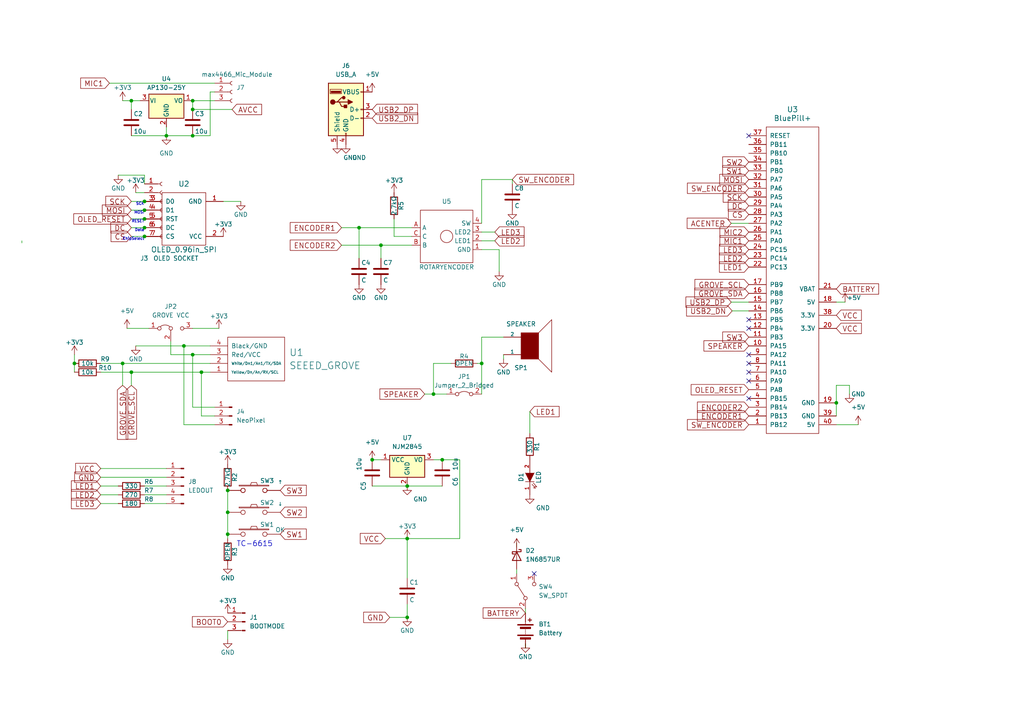
<source format=kicad_sch>
(kicad_sch (version 20230121) (generator eeschema)
  (paper "A4")
  (lib_symbols
    (symbol "Connector:Conn_01x03_Pin" (pin_names (offset 1.016) hide)
      (property "Reference" "J" (at 0 5.08 0))
      (property "Value" "Conn_01x03_Pin" (at 0 -5.08 0))
      (symbol "Conn_01x03_Pin_1_1"
        (polyline (pts (xy 1.27 -2.54) (xy 0.8636 -2.54)) (stroke (width 0.1524)))
        (polyline (pts (xy 1.27 0) (xy 0.8636 0)) (stroke (width 0.1524)))
        (polyline (pts (xy 1.27 2.54) (xy 0.8636 2.54)) (stroke (width 0.1524)))
        (rectangle (start 0.8636 -2.413) (end 0 -2.667) (stroke (width 0.1524)) (fill (type outline)))
        (rectangle (start 0.8636 0.127) (end 0 -0.127) (stroke (width 0.1524)) (fill (type outline)))
        (rectangle (start 0.8636 2.667) (end 0 2.413) (stroke (width 0.1524)) (fill (type outline)))
        (pin passive line (at 5.08 2.54 180) (length 3.81) (name "Pin_1") (number "1"))
        (pin passive line (at 5.08 0 180) (length 3.81) (name "Pin_2") (number "2"))
        (pin passive line (at 5.08 -2.54 180) (length 3.81) (name "Pin_3") (number "3"))
      )
    )
    (symbol "Connector:Conn_01x03_Socket" (pin_names (offset 1.016) hide)
      (property "Reference" "J" (at 0 5.08 0))
      (property "Value" "Conn_01x03_Socket" (at 0 -5.08 0))
      (symbol "Conn_01x03_Socket_1_1"
        (arc (start 0 -2.032) (mid -0.5058 -2.54) (end 0 -3.048) (stroke (width 0.1524)))
        (polyline (pts (xy -1.27 -2.54) (xy -0.508 -2.54)) (stroke (width 0.1524)))
        (polyline (pts (xy -1.27 0) (xy -0.508 0)) (stroke (width 0.1524)))
        (polyline (pts (xy -1.27 2.54) (xy -0.508 2.54)) (stroke (width 0.1524)))
        (arc (start 0 0.508) (mid -0.5058 0) (end 0 -0.508) (stroke (width 0.1524)))
        (arc (start 0 3.048) (mid -0.5058 2.54) (end 0 2.032) (stroke (width 0.1524)))
        (pin passive line (at -5.08 2.54 0) (length 3.81) (name "Pin_1") (number "1"))
        (pin passive line (at -5.08 0 0) (length 3.81) (name "Pin_2") (number "2"))
        (pin passive line (at -5.08 -2.54 0) (length 3.81) (name "Pin_3") (number "3"))
      )
    )
    (symbol "Connector:Conn_01x05_Pin" (pin_names (offset 1.016) hide)
      (property "Reference" "J" (at 0 7.62 0))
      (property "Value" "Conn_01x05_Pin" (at 0 -7.62 0))
      (symbol "Conn_01x05_Pin_1_1"
        (polyline (pts (xy 1.27 -5.08) (xy 0.8636 -5.08)) (stroke (width 0.1524)))
        (polyline (pts (xy 1.27 -2.54) (xy 0.8636 -2.54)) (stroke (width 0.1524)))
        (polyline (pts (xy 1.27 0) (xy 0.8636 0)) (stroke (width 0.1524)))
        (polyline (pts (xy 1.27 2.54) (xy 0.8636 2.54)) (stroke (width 0.1524)))
        (polyline (pts (xy 1.27 5.08) (xy 0.8636 5.08)) (stroke (width 0.1524)))
        (rectangle (start 0.8636 -4.953) (end 0 -5.207) (stroke (width 0.1524)) (fill (type outline)))
        (rectangle (start 0.8636 -2.413) (end 0 -2.667) (stroke (width 0.1524)) (fill (type outline)))
        (rectangle (start 0.8636 0.127) (end 0 -0.127) (stroke (width 0.1524)) (fill (type outline)))
        (rectangle (start 0.8636 2.667) (end 0 2.413) (stroke (width 0.1524)) (fill (type outline)))
        (rectangle (start 0.8636 5.207) (end 0 4.953) (stroke (width 0.1524)) (fill (type outline)))
        (pin passive line (at 5.08 5.08 180) (length 3.81) (name "Pin_1") (number "1"))
        (pin passive line (at 5.08 2.54 180) (length 3.81) (name "Pin_2") (number "2"))
        (pin passive line (at 5.08 0 180) (length 3.81) (name "Pin_3") (number "3"))
        (pin passive line (at 5.08 -2.54 180) (length 3.81) (name "Pin_4") (number "4"))
        (pin passive line (at 5.08 -5.08 180) (length 3.81) (name "Pin_5") (number "5"))
      )
    )
    (symbol "Connector:Conn_01x07_Socket" (pin_names (offset 1.016) hide)
      (property "Reference" "J" (at 0 10.16 0))
      (property "Value" "Conn_01x07_Socket" (at 0 -10.16 0))
      (symbol "Conn_01x07_Socket_1_1"
        (arc (start 0 -7.112) (mid -0.5058 -7.62) (end 0 -8.128) (stroke (width 0.1524)))
        (arc (start 0 -4.572) (mid -0.5058 -5.08) (end 0 -5.588) (stroke (width 0.1524)))
        (arc (start 0 -2.032) (mid -0.5058 -2.54) (end 0 -3.048) (stroke (width 0.1524)))
        (polyline (pts (xy -1.27 -7.62) (xy -0.508 -7.62)) (stroke (width 0.1524)))
        (polyline (pts (xy -1.27 -5.08) (xy -0.508 -5.08)) (stroke (width 0.1524)))
        (polyline (pts (xy -1.27 -2.54) (xy -0.508 -2.54)) (stroke (width 0.1524)))
        (polyline (pts (xy -1.27 0) (xy -0.508 0)) (stroke (width 0.1524)))
        (polyline (pts (xy -1.27 2.54) (xy -0.508 2.54)) (stroke (width 0.1524)))
        (polyline (pts (xy -1.27 5.08) (xy -0.508 5.08)) (stroke (width 0.1524)))
        (polyline (pts (xy -1.27 7.62) (xy -0.508 7.62)) (stroke (width 0.1524)))
        (arc (start 0 0.508) (mid -0.5058 0) (end 0 -0.508) (stroke (width 0.1524)))
        (arc (start 0 3.048) (mid -0.5058 2.54) (end 0 2.032) (stroke (width 0.1524)))
        (arc (start 0 5.588) (mid -0.5058 5.08) (end 0 4.572) (stroke (width 0.1524)))
        (arc (start 0 8.128) (mid -0.5058 7.62) (end 0 7.112) (stroke (width 0.1524)))
        (pin passive line (at -5.08 7.62 0) (length 3.81) (name "Pin_1") (number "1"))
        (pin passive line (at -5.08 5.08 0) (length 3.81) (name "Pin_2") (number "2"))
        (pin passive line (at -5.08 2.54 0) (length 3.81) (name "Pin_3") (number "3"))
        (pin passive line (at -5.08 0 0) (length 3.81) (name "Pin_4") (number "4"))
        (pin passive line (at -5.08 -2.54 0) (length 3.81) (name "Pin_5") (number "5"))
        (pin passive line (at -5.08 -5.08 0) (length 3.81) (name "Pin_6") (number "6"))
        (pin passive line (at -5.08 -7.62 0) (length 3.81) (name "Pin_7") (number "7"))
      )
    )
    (symbol "Connector:USB_A" (pin_names (offset 1.016))
      (property "Reference" "J" (at -5.08 11.43 0))
      (property "Value" "USB_A" (at -5.08 8.89 0))
      (symbol "USB_A_0_1"
        (rectangle (start -5.08 -7.62) (end 5.08 7.62) (stroke (width 0.254)) (fill (type background)))
        (circle (center -3.81 2.159) (radius 0.635) (stroke (width 0.254)) (fill (type outline)))
        (rectangle (start -1.524 4.826) (end -4.318 5.334) (fill (type outline)))
        (rectangle (start -1.27 4.572) (end -4.572 5.842))
        (circle (center -0.635 3.429) (radius 0.381) (stroke (width 0.254)) (fill (type outline)))
        (rectangle (start -0.127 -7.62) (end 0.127 -6.858))
        (polyline (pts (xy -3.175 2.159) (xy -2.54 2.159) (xy -1.27 3.429) (xy -0.635 3.429)) (stroke (width 0.254)))
        (polyline (pts (xy -2.54 2.159) (xy -1.905 2.159) (xy -1.27 0.889) (xy 0 0.889)) (stroke (width 0.254)))
        (polyline (pts (xy 0.635 2.794) (xy 0.635 1.524) (xy 1.905 2.159) (xy 0.635 2.794)) (stroke (width 0.254)) (fill (type outline)))
        (rectangle (start 0.254 1.27) (end -0.508 0.508) (stroke (width 0.254)) (fill (type outline)))
        (rectangle (start 5.08 -2.667) (end 4.318 -2.413))
        (rectangle (start 5.08 -0.127) (end 4.318 0.127))
        (rectangle (start 5.08 4.953) (end 4.318 5.207))
      )
      (symbol "USB_A_1_1"
        (polyline (pts (xy -1.905 2.159) (xy 0.635 2.159)) (stroke (width 0.254)))
        (pin power_in line (at 7.62 5.08 180) (length 2.54) (name "VBUS") (number "1"))
        (pin bidirectional line (at 7.62 -2.54 180) (length 2.54) (name "D-") (number "2"))
        (pin bidirectional line (at 7.62 0 180) (length 2.54) (name "D+") (number "3"))
        (pin power_in line (at 0 -10.16 90) (length 2.54) (name "GND") (number "4"))
        (pin passive line (at -2.54 -10.16 90) (length 2.54) (name "Shield") (number "5"))
      )
    )
    (symbol "Device:Battery" (pin_numbers hide) (pin_names (offset 0) hide)
      (property "Reference" "BT" (at 2.54 2.54 0))
      (property "Value" "Battery" (at 2.54 0 0))
      (symbol "Battery_0_1"
        (rectangle (start -2.286 -1.27) (end 2.286 -1.524) (fill (type outline)))
        (rectangle (start -2.286 1.778) (end 2.286 1.524) (fill (type outline)))
        (rectangle (start -1.524 -2.032) (end 1.524 -2.54) (fill (type outline)))
        (rectangle (start -1.524 1.016) (end 1.524 0.508) (fill (type outline)))
        (polyline (pts (xy 0 -1.016) (xy 0 -0.762)))
        (polyline (pts (xy 0 -0.508) (xy 0 -0.254)))
        (polyline (pts (xy 0 0) (xy 0 0.254)))
        (polyline (pts (xy 0 1.778) (xy 0 2.54)))
        (polyline (pts (xy 0.762 3.048) (xy 1.778 3.048)) (stroke (width 0.254)))
        (polyline (pts (xy 1.27 3.556) (xy 1.27 2.54)) (stroke (width 0.254)))
      )
      (symbol "Battery_1_1"
        (pin passive line (at 0 5.08 270) (length 2.54) (name "+") (number "1"))
        (pin passive line (at 0 -5.08 90) (length 2.54) (name "-") (number "2"))
      )
    )
    (symbol "Device:C" (pin_numbers hide) (pin_names (offset 0.254))
      (property "Reference" "C" (at 0.635 2.54 0))
      (property "Value" "C" (at 0.635 -2.54 0))
      (symbol "C_0_1"
        (polyline (pts (xy -2.032 -0.762) (xy 2.032 -0.762)) (stroke (width 0.508)))
        (polyline (pts (xy -2.032 0.762) (xy 2.032 0.762)) (stroke (width 0.508)))
      )
      (symbol "C_1_1"
        (pin passive line (at 0 3.81 270) (length 2.794) (name "~") (number "1"))
        (pin passive line (at 0 -3.81 90) (length 2.794) (name "~") (number "2"))
      )
    )
    (symbol "Diode:1N6857UR" (pin_numbers hide) (pin_names (offset 1.016) hide)
      (property "Reference" "D" (at 0 2.54 0))
      (property "Value" "1N6857UR" (at 0 -2.54 0))
      (symbol "1N6857UR_0_1"
        (polyline (pts (xy 1.27 0) (xy -1.27 0)))
        (polyline (pts (xy 1.27 1.27) (xy 1.27 -1.27) (xy -1.27 0) (xy 1.27 1.27)) (stroke (width 0.254)))
        (polyline (pts (xy -1.905 0.635) (xy -1.905 1.27) (xy -1.27 1.27) (xy -1.27 -1.27) (xy -0.635 -1.27) (xy -0.635 -0.635)) (stroke (width 0.254)))
      )
      (symbol "1N6857UR_1_1"
        (pin passive line (at -3.81 0 0) (length 2.54) (name "K") (number "1"))
        (pin passive line (at 3.81 0 180) (length 2.54) (name "A") (number "2"))
      )
    )
    (symbol "FreqCounter3203-rescue:+3.3V" (power) (pin_names (offset 0))
      (property "Value" "+3.3V" (at 0 3.556 0))
      (symbol "+3.3V_0_1"
        (polyline (pts (xy -0.762 1.27) (xy 0 2.54)))
        (polyline (pts (xy 0 0) (xy 0 2.54)))
        (polyline (pts (xy 0 2.54) (xy 0.762 1.27)))
      )
      (symbol "+3.3V_1_1"
        (pin power_in line (at 0 0 90) (length 0) hide (name "+3V3") (number "1"))
      )
    )
    (symbol "FreqCounter3203-rescue:C" (pin_numbers hide) (pin_names (offset 0.254))
      (property "Reference" "C" (at 0.635 2.54 0))
      (property "Value" "C" (at 0.635 -2.54 0))
      (symbol "C_0_1"
        (polyline (pts (xy -2.032 -0.762) (xy 2.032 -0.762)) (stroke (width 0.508)))
        (polyline (pts (xy -2.032 0.762) (xy 2.032 0.762)) (stroke (width 0.508)))
      )
      (symbol "C_1_1"
        (pin passive line (at 0 3.81 270) (length 2.794) (name "~") (number "1"))
        (pin passive line (at 0 -3.81 90) (length 2.794) (name "~") (number "2"))
      )
    )
    (symbol "FreqCounter3203-rescue:GND" (power) (pin_names (offset 0))
      (property "Value" "GND" (at 0 -3.81 0))
      (symbol "GND_0_1"
        (polyline (pts (xy 0 0) (xy 0 -1.27) (xy 1.27 -1.27) (xy 0 -2.54) (xy -1.27 -1.27) (xy 0 -1.27)))
      )
      (symbol "GND_1_1"
        (pin power_in line (at 0 0 270) (length 0) hide (name "GND") (number "1"))
      )
    )
    (symbol "FreqCounter3203-rescue:LED" (pin_names (offset 1.016) hide)
      (property "Reference" "D" (at 0 2.54 0))
      (property "Value" "LED" (at 0 -2.54 0))
      (symbol "LED_0_1"
        (polyline (pts (xy -1.27 1.27) (xy -1.27 -1.27)))
        (polyline (pts (xy -2.032 -0.635) (xy -3.175 -1.651) (xy -3.048 -1.016)))
        (polyline (pts (xy -1.651 -1.016) (xy -2.794 -2.032) (xy -2.667 -1.397)))
        (polyline (pts (xy 1.27 1.27) (xy -1.27 0) (xy 1.27 -1.27)) (fill (type outline)))
      )
      (symbol "LED_1_1"
        (pin passive line (at -5.08 0 0) (length 3.81) (name "K") (number "1"))
        (pin passive line (at 5.08 0 180) (length 3.81) (name "A") (number "2"))
      )
    )
    (symbol "FreqCounter3203-rescue:OLED_0.96in_SPI" (pin_names (offset 1.016))
      (property "Reference" "U" (at 0 10.16 0))
      (property "Value" "OLED_0.96in_SPI" (at 0 -8.89 0))
      (symbol "OLED_0.96in_SPI_0_1"
        (rectangle (start -6.35 7.62) (end 6.35 -7.62))
      )
      (symbol "OLED_0.96in_SPI_1_1"
        (pin input line (at -11.43 5.08 0) (length 5.08) (name "GND") (number "1"))
        (pin input line (at -11.43 -5.08 0) (length 5.08) (name "VCC") (number "2"))
        (pin input line (at 11.43 5.08 180) (length 5.08) (name "D0") (number "3"))
        (pin input line (at 11.43 2.54 180) (length 5.08) (name "D1") (number "4"))
        (pin input line (at 11.43 0 180) (length 5.08) (name "RST") (number "5"))
        (pin input line (at 11.43 -2.54 180) (length 5.08) (name "DC") (number "6"))
        (pin input line (at 11.43 -5.08 180) (length 5.08) (name "CS") (number "7"))
      )
    )
    (symbol "FreqCounter3203-rescue:R" (pin_numbers hide) (pin_names (offset 0))
      (property "Reference" "R" (at 2.032 0 90))
      (property "Value" "R" (at 0 0 90))
      (symbol "R_0_1"
        (rectangle (start -1.016 -2.54) (end 1.016 2.54) (stroke (width 0.254)))
      )
      (symbol "R_1_1"
        (pin passive line (at 0 3.81 270) (length 1.27) (name "~") (number "1"))
        (pin passive line (at 0 -3.81 90) (length 1.27) (name "~") (number "2"))
      )
    )
    (symbol "FreqCounter3203-rescue:SPEAKER" (pin_numbers hide) (pin_names (offset 0))
      (property "Reference" "SP" (at -2.54 6.35 0))
      (property "Value" "SPEAKER" (at -2.54 -6.35 0))
      (symbol "SPEAKER_0_0"
        (polyline (pts (xy 2.54 3.81) (xy 6.35 7.62) (xy 6.35 -7.62) (xy 2.54 -3.81)))
        (polyline (pts (xy -2.54 3.81) (xy 2.54 3.81) (xy 2.54 -3.81) (xy -2.54 -3.81) (xy -2.54 3.81)) (fill (type outline)))
      )
      (symbol "SPEAKER_1_1"
        (pin input line (at -7.62 2.54 0) (length 5.08) (name "1") (number "1"))
        (pin input line (at -7.62 -2.54 0) (length 5.08) (name "2") (number "2"))
      )
    )
    (symbol "FreqCounter3203-rescue:SW_PUSH" (pin_numbers hide) (pin_names (offset 1.016) hide)
      (property "Reference" "SW" (at 3.81 2.794 0))
      (property "Value" "SW_PUSH" (at 0 -2.032 0))
      (symbol "SW_PUSH_0_1"
        (rectangle (start -4.318 1.27) (end 4.318 1.524))
        (polyline (pts (xy -1.016 1.524) (xy -0.762 2.286) (xy 0.762 2.286) (xy 1.016 1.524)))
        (pin passive inverted (at -7.62 0 0) (length 5.08) (name "1") (number "1"))
        (pin passive inverted (at 7.62 0 180) (length 5.08) (name "2") (number "2"))
      )
    )
    (symbol "Jumper:Jumper_2_Bridged" (pin_names (offset 0) hide)
      (property "Reference" "JP" (at 0 1.905 0))
      (property "Value" "Jumper_2_Bridged" (at 0 -2.54 0))
      (symbol "Jumper_2_Bridged_0_0"
        (circle (center -2.032 0) (radius 0.508))
        (circle (center 2.032 0) (radius 0.508))
      )
      (symbol "Jumper_2_Bridged_0_1"
        (arc (start 1.524 0.254) (mid 0 0.762) (end -1.524 0.254))
      )
      (symbol "Jumper_2_Bridged_1_1"
        (pin passive line (at -5.08 0 0) (length 2.54) (name "A") (number "1"))
        (pin passive line (at 5.08 0 180) (length 2.54) (name "B") (number "2"))
      )
    )
    (symbol "Jumper:Jumper_3_Bridged12" (pin_names (offset 0) hide)
      (property "Reference" "JP" (at -2.54 -2.54 0))
      (property "Value" "Jumper_3_Bridged12" (at 0 2.794 0))
      (symbol "Jumper_3_Bridged12_0_0"
        (circle (center -3.302 0) (radius 0.508))
        (circle (center 0 0) (radius 0.508))
        (circle (center 3.302 0) (radius 0.508))
      )
      (symbol "Jumper_3_Bridged12_0_1"
        (arc (start -0.254 0.508) (mid -1.651 0.9912) (end -3.048 0.508))
        (polyline (pts (xy 0 -1.27) (xy 0 -0.508)))
      )
      (symbol "Jumper_3_Bridged12_1_1"
        (pin passive line (at -6.35 0 0) (length 2.54) (name "A") (number "1"))
        (pin passive line (at 0 -3.81 90) (length 2.54) (name "C") (number "2"))
        (pin passive line (at 6.35 0 180) (length 2.54) (name "B") (number "3"))
      )
    )
    (symbol "Regulator_Linear:AP130-25Y" (pin_names (offset 0.254))
      (property "Reference" "U" (at -3.81 3.175 0))
      (property "Value" "AP130-25Y" (at 0 3.175 0))
      (symbol "AP130-25Y_0_1"
        (rectangle (start -5.08 1.905) (end 5.08 -5.08) (stroke (width 0.254)) (fill (type background)))
      )
      (symbol "AP130-25Y_1_1"
        (pin power_out line (at 7.62 0 180) (length 2.54) (name "VO") (number "1"))
        (pin power_in line (at 0 -7.62 90) (length 2.54) (name "GND") (number "2"))
        (pin power_in line (at -7.62 0 0) (length 2.54) (name "VI") (number "3"))
      )
    )
    (symbol "Regulator_Linear:BD33FC0FP"
      (property "Reference" "U" (at 0 7.62 0))
      (property "Value" "BD33FC0FP" (at 0 5.08 0))
      (symbol "BD33FC0FP_1_1"
        (rectangle (start -5.08 -5.08) (end 5.08 1.27) (stroke (width 0.254)) (fill (type background)))
        (pin power_in line (at -7.62 0 0) (length 2.54) (name "VCC") (number "1"))
        (pin power_in line (at 0 -7.62 90) (length 2.54) (name "GND") (number "2"))
        (pin power_out line (at 7.62 0 180) (length 2.54) (name "VO") (number "3"))
      )
    )
    (symbol "Switch:SW_SPDT" (pin_names (offset 0) hide)
      (property "Reference" "SW" (at 0 4.318 0))
      (property "Value" "SW_SPDT" (at 0 -5.08 0))
      (symbol "SW_SPDT_0_0"
        (circle (center -2.032 0) (radius 0.508))
        (circle (center 2.032 -2.54) (radius 0.508))
      )
      (symbol "SW_SPDT_0_1"
        (polyline (pts (xy -1.524 0.254) (xy 1.651 2.286)))
        (circle (center 2.032 2.54) (radius 0.508))
      )
      (symbol "SW_SPDT_1_1"
        (pin passive line (at 5.08 2.54 180) (length 2.54) (name "A") (number "1"))
        (pin passive line (at -5.08 0 0) (length 2.54) (name "B") (number "2"))
        (pin passive line (at 5.08 -2.54 180) (length 2.54) (name "C") (number "3"))
      )
    )
    (symbol "nanbuwks:EC12PLxxSDVF"
      (property "Reference" "U" (at 0 5.08 0))
      (symbol "EC12PLxxSDVF_0_1"
        (polyline (pts (xy -2.54 7.62) (xy 7.62 7.62) (xy 7.62 -7.62) (xy -7.62 -7.62) (xy -7.62 7.62) (xy -2.54 7.62)))
        (circle (center 0 0) (radius 1.7961))
      )
      (symbol "EC12PLxxSDVF_1_1"
        (pin input line (at 10.16 -3.81 180) (length 2.54) (name "GND") (number "1"))
        (pin input line (at 10.16 -1.27 180) (length 2.54) (name "LED1") (number "2"))
        (pin input line (at 10.16 1.27 180) (length 2.54) (name "LED2") (number "3"))
        (pin input line (at 10.16 3.81 180) (length 2.54) (name "SW") (number "4"))
        (pin input line (at -10.16 2.54 0) (length 2.54) (name "A") (number "A"))
        (pin input line (at -10.16 -2.54 0) (length 2.54) (name "B") (number "B"))
        (pin input line (at -10.16 0 0) (length 2.54) (name "C") (number "C"))
      )
    )
    (symbol "nanbuwks:SEEED_GROVE" (pin_names (offset 1.016))
      (property "Reference" "U" (at 0 16.51 0))
      (property "Value" "SEEED_GROVE" (at 0 20.32 0))
      (symbol "SEEED_GROVE_0_1"
        (rectangle (start -6.35 13.97) (end 6.35 -2.54))
      )
      (symbol "SEEED_GROVE_1_1"
        (pin input line (at -3.81 -7.62 90) (length 5.08) (name "Yellow/Dn/An/RX/SCL") (number "1"))
        (pin input line (at -1.27 -7.62 90) (length 5.08) (name "White/Dn1/An1/TX/SDA") (number "2"))
        (pin power_in line (at 1.27 -7.62 90) (length 5.08) (name "Red/VCC") (number "3"))
        (pin power_in line (at 3.81 -7.62 90) (length 5.08) (name "Black/GND") (number "4"))
      )
    )
    (symbol "nanbuwks:STM32F103C8T6MinimumDevelopBoard" (pin_names (offset 1.016))
      (property "Reference" "U2" (at 0 48.26 0))
      (property "Value" "STM32F103C8T6MinimumDevelopBoard" (at 0 45.72 0))
      (symbol "STM32F103C8T6MinimumDevelopBoard_0_1"
        (rectangle (start -7.62 43.18) (end 7.62 -45.72))
      )
      (symbol "STM32F103C8T6MinimumDevelopBoard_1_1"
        (pin input line (at -12.7 -43.18 0) (length 5.08) (name "PB12") (number "1"))
        (pin input line (at -12.7 -20.32 0) (length 5.08) (name "PA15") (number "10"))
        (pin input line (at -12.7 -17.78 0) (length 5.08) (name "PB3") (number "11"))
        (pin input line (at -12.7 -15.24 0) (length 5.08) (name "PB4") (number "12"))
        (pin input line (at -12.7 -12.7 0) (length 5.08) (name "PB5") (number "13"))
        (pin input line (at -12.7 -10.16 0) (length 5.08) (name "PB6") (number "14"))
        (pin input line (at -12.7 -7.62 0) (length 5.08) (name "PB7") (number "15"))
        (pin input line (at -12.7 -5.08 0) (length 5.08) (name "PB8") (number "16"))
        (pin input line (at -12.7 -2.54 0) (length 5.08) (name "PB9") (number "17"))
        (pin input line (at 12.7 -7.62 180) (length 5.08) (name "5V") (number "18"))
        (pin input line (at 12.7 -36.83 180) (length 5.08) (name "GND") (number "19"))
        (pin input line (at -12.7 -40.64 0) (length 5.08) (name "PB13") (number "2"))
        (pin input line (at 12.7 -15.24 180) (length 5.08) (name "3.3V") (number "20"))
        (pin input line (at 12.7 -3.81 180) (length 5.08) (name "VBAT") (number "21"))
        (pin input line (at -12.7 2.54 0) (length 5.08) (name "PC13") (number "22"))
        (pin input line (at -12.7 5.08 0) (length 5.08) (name "PC14") (number "23"))
        (pin input line (at -12.7 7.62 0) (length 5.08) (name "PC15") (number "24"))
        (pin input line (at -12.7 10.16 0) (length 5.08) (name "PA0") (number "25"))
        (pin input line (at -12.7 12.7 0) (length 5.08) (name "PA1") (number "26"))
        (pin input line (at -12.7 15.24 0) (length 5.08) (name "PA2") (number "27"))
        (pin input line (at -12.7 17.78 0) (length 5.08) (name "PA3") (number "28"))
        (pin input line (at -12.7 20.32 0) (length 5.08) (name "PA4") (number "29"))
        (pin input line (at -12.7 -38.1 0) (length 5.08) (name "PB14") (number "3"))
        (pin input line (at -12.7 22.86 0) (length 5.08) (name "PA5") (number "30"))
        (pin input line (at -12.7 25.4 0) (length 5.08) (name "PA6") (number "31"))
        (pin input line (at -12.7 27.94 0) (length 5.08) (name "PA7") (number "32"))
        (pin input line (at -12.7 30.48 0) (length 5.08) (name "PB0") (number "33"))
        (pin input line (at -12.7 33.02 0) (length 5.08) (name "PB1") (number "34"))
        (pin input line (at -12.7 35.56 0) (length 5.08) (name "PB10") (number "35"))
        (pin input line (at -12.7 38.1 0) (length 5.08) (name "PB11") (number "36"))
        (pin input line (at -12.7 40.64 0) (length 5.08) (name "RESET") (number "37"))
        (pin input line (at 12.7 -11.43 180) (length 5.08) (name "3.3V") (number "38"))
        (pin input line (at 12.7 -40.64 180) (length 5.08) (name "GND") (number "39"))
        (pin input line (at -12.7 -35.56 0) (length 5.08) (name "PB15") (number "4"))
        (pin input line (at 12.7 -43.18 180) (length 5.08) (name "5V") (number "40"))
        (pin input line (at -12.7 -33.02 0) (length 5.08) (name "PA8") (number "5"))
        (pin input line (at -12.7 -30.48 0) (length 5.08) (name "PA9") (number "6"))
        (pin input line (at -12.7 -27.94 0) (length 5.08) (name "PA10") (number "7"))
        (pin input line (at -12.7 -25.4 0) (length 5.08) (name "PA11") (number "8"))
        (pin input line (at -12.7 -22.86 0) (length 5.08) (name "PA12") (number "9"))
      )
    )
    (symbol "power:+5V" (power) (pin_names (offset 0))
      (property "Value" "+5V" (at 0 3.556 0))
      (symbol "+5V_0_1"
        (polyline (pts (xy -0.762 1.27) (xy 0 2.54)))
        (polyline (pts (xy 0 0) (xy 0 2.54)))
        (polyline (pts (xy 0 2.54) (xy 0.762 1.27)))
      )
      (symbol "+5V_1_1"
        (pin power_in line (at 0 0 90) (length 0) hide (name "+5V") (number "1"))
      )
    )
  )
  (junction (at 55.88 102.87))
  (junction (at 55.88 29.21))
  (junction (at 48.26 39.37))
  (junction (at 118.11 140.97))
  (junction (at 21.59 105.41))
  (junction (at 41.91 66.04))
  (junction (at 55.88 31.75))
  (junction (at 35.56 105.41))
  (junction (at 38.1 29.21))
  (junction (at 41.91 63.5))
  (junction (at 66.04 142.24))
  (junction (at 38.1 107.95))
  (junction (at 118.11 179.07))
  (junction (at 55.88 39.37))
  (junction (at 125.73 114.3))
  (junction (at 242.57 116.84))
  (junction (at 139.7 105.41))
  (junction (at 104.14 66.04))
  (junction (at 53.34 100.33))
  (junction (at 110.49 71.12))
  (junction (at 41.91 60.96))
  (junction (at 66.04 148.59))
  (junction (at 58.42 107.95))
  (junction (at 66.04 154.94))
  (junction (at 41.91 58.42))
  (junction (at 118.11 156.21))
  (junction (at 128.27 133.35))
  (junction (at 107.95 133.35))
  (junction (at 41.91 68.58))
  (no_connect (at 217.17 102.87))
  (no_connect (at 217.17 110.49))
  (no_connect (at 217.17 39.37))
  (no_connect (at 154.94 166.37))
  (no_connect (at 217.17 95.25))
  (no_connect (at 217.17 105.41))
  (no_connect (at 217.17 107.95))
  (no_connect (at 217.17 92.71))
  (no_connect (at 217.17 115.57))
  (wire (pts (xy 110.49 71.12) (xy 119.38 71.12)))
  (wire (pts (xy 48.26 36.83) (xy 48.26 39.37)))
  (wire (pts (xy 21.59 105.41) (xy 21.59 107.95)))
  (wire (pts (xy 41.91 146.05) (xy 48.26 146.05)))
  (wire (pts (xy 130.81 105.41) (xy 125.73 105.41)))
  (wire (pts (xy 49.53 99.06) (xy 49.53 102.87)))
  (wire (pts (xy 152.4 187.96) (xy 152.4 186.69)))
  (wire (pts (xy 146.05 102.87) (xy 146.05 104.14)))
  (wire (pts (xy 104.14 66.04) (xy 104.14 74.93)))
  (wire (pts (xy 242.57 87.63) (xy 245.11 87.63)))
  (wire (pts (xy 99.06 66.04) (xy 104.14 66.04)))
  (wire (pts (xy 49.53 102.87) (xy 55.88 102.87)))
  (wire (pts (xy 149.86 166.37) (xy 149.86 165.1)))
  (wire (pts (xy 38.1 107.95) (xy 58.42 107.95)))
  (wire (pts (xy 62.23 118.11) (xy 55.88 118.11)))
  (wire (pts (xy 152.4 176.53) (xy 152.4 177.8)))
  (wire (pts (xy 114.3 68.58) (xy 119.38 68.58)))
  (wire (pts (xy 38.1 66.04) (xy 41.91 66.04)))
  (wire (pts (xy 66.04 185.42) (xy 66.04 182.88)))
  (wire (pts (xy 242.57 116.84) (xy 242.57 120.65)))
  (wire (pts (xy 129.54 114.3) (xy 125.73 114.3)))
  (wire (pts (xy 125.73 105.41) (xy 125.73 114.3)))
  (wire (pts (xy 66.04 148.59) (xy 66.04 142.24)))
  (wire (pts (xy 55.88 31.75) (xy 55.88 29.21)))
  (wire (pts (xy 64.77 58.42) (xy 69.85 58.42)))
  (wire (pts (xy 246.38 111.76) (xy 246.38 114.3)))
  (wire (pts (xy 48.26 135.89) (xy 29.21 135.89)))
  (wire (pts (xy 58.42 120.65) (xy 58.42 107.95)))
  (wire (pts (xy 53.34 123.19) (xy 53.34 100.33)))
  (wire (pts (xy 133.35 133.35) (xy 133.35 156.21)))
  (wire (pts (xy 55.88 29.21) (xy 62.23 29.21)))
  (wire (pts (xy 107.95 140.97) (xy 118.11 140.97)))
  (wire (pts (xy 66.04 154.94) (xy 66.04 156.21)))
  (wire (pts (xy 29.21 146.05) (xy 34.29 146.05)))
  (wire (pts (xy 138.43 105.41) (xy 139.7 105.41)))
  (wire (pts (xy 55.88 102.87) (xy 60.96 102.87)))
  (wire (pts (xy 113.03 179.07) (xy 118.11 179.07)))
  (wire (pts (xy 35.56 105.41) (xy 35.56 111.76)))
  (wire (pts (xy 39.37 100.33) (xy 53.34 100.33)))
  (wire (pts (xy 58.42 107.95) (xy 60.96 107.95)))
  (wire (pts (xy 41.91 140.97) (xy 48.26 140.97)))
  (wire (pts (xy 6.35 69.85) (xy 6.35 70.4554)))
  (wire (pts (xy 35.56 105.41) (xy 60.96 105.41)))
  (wire (pts (xy 36.83 95.25) (xy 43.18 95.25)))
  (wire (pts (xy 31.75 24.13) (xy 62.23 24.13)))
  (wire (pts (xy 55.88 95.25) (xy 63.5 95.25)))
  (wire (pts (xy 118.11 179.07) (xy 118.11 175.26)))
  (wire (pts (xy 242.57 111.76) (xy 242.57 116.84)))
  (wire (pts (xy 139.7 72.39) (xy 144.78 72.39)))
  (wire (pts (xy 55.88 118.11) (xy 55.88 102.87)))
  (wire (pts (xy 53.34 100.33) (xy 60.96 100.33)))
  (wire (pts (xy 29.21 107.95) (xy 38.1 107.95)))
  (wire (pts (xy 118.11 156.21) (xy 118.11 167.64)))
  (wire (pts (xy 38.1 60.96) (xy 41.91 60.96)))
  (wire (pts (xy 60.96 39.37) (xy 60.96 26.67)))
  (wire (pts (xy 48.26 138.43) (xy 29.21 138.43)))
  (wire (pts (xy 148.59 52.07) (xy 139.7 52.07)))
  (wire (pts (xy 149.86 157.48) (xy 149.86 158.75)))
  (wire (pts (xy 118.11 156.21) (xy 133.35 156.21)))
  (wire (pts (xy 118.11 140.97) (xy 128.27 140.97)))
  (wire (pts (xy 125.73 114.3) (xy 123.19 114.3)))
  (wire (pts (xy 148.59 52.07) (xy 148.59 53.34)))
  (wire (pts (xy 242.57 123.19) (xy 248.92 123.19)))
  (wire (pts (xy 39.37 55.88) (xy 41.91 55.88)))
  (wire (pts (xy 60.96 39.37) (xy 55.88 39.37)))
  (wire (pts (xy 107.95 133.35) (xy 110.49 133.35)))
  (wire (pts (xy 62.23 120.65) (xy 58.42 120.65)))
  (wire (pts (xy 125.73 133.35) (xy 128.27 133.35)))
  (wire (pts (xy 29.21 105.41) (xy 35.56 105.41)))
  (wire (pts (xy 99.06 71.12) (xy 110.49 71.12)))
  (wire (pts (xy 35.56 29.21) (xy 38.1 29.21)))
  (wire (pts (xy 110.49 71.12) (xy 110.49 74.93)))
  (wire (pts (xy 55.88 39.37) (xy 48.26 39.37)))
  (wire (pts (xy 55.88 31.75) (xy 67.31 31.75)))
  (wire (pts (xy 29.21 140.97) (xy 34.29 140.97)))
  (wire (pts (xy 139.7 97.79) (xy 146.05 97.79)))
  (wire (pts (xy 139.7 105.41) (xy 139.7 114.3)))
  (wire (pts (xy 38.1 39.37) (xy 48.26 39.37)))
  (wire (pts (xy 41.91 50.8) (xy 41.91 53.34)))
  (wire (pts (xy 212.09 64.77) (xy 217.17 64.77)))
  (wire (pts (xy 34.29 50.8) (xy 41.91 50.8)))
  (wire (pts (xy 60.96 26.67) (xy 62.23 26.67)))
  (wire (pts (xy 143.51 69.85) (xy 139.7 69.85)))
  (wire (pts (xy 212.09 87.63) (xy 217.17 87.63)))
  (wire (pts (xy 38.1 29.21) (xy 38.1 31.75)))
  (wire (pts (xy 38.1 29.21) (xy 40.64 29.21)))
  (wire (pts (xy 104.14 66.04) (xy 119.38 66.04)))
  (wire (pts (xy 62.23 123.19) (xy 53.34 123.19)))
  (wire (pts (xy 139.7 52.07) (xy 139.7 64.77)))
  (wire (pts (xy 153.67 125.73) (xy 153.67 119.38)))
  (wire (pts (xy 66.04 148.59) (xy 66.04 154.94)))
  (wire (pts (xy 38.1 68.58) (xy 41.91 68.58)))
  (wire (pts (xy 217.17 90.17) (xy 212.3552 90.17)))
  (wire (pts (xy 128.27 133.35) (xy 133.35 133.35)))
  (wire (pts (xy 41.91 143.51) (xy 48.26 143.51)))
  (wire (pts (xy 144.78 72.39) (xy 144.78 78.74)))
  (wire (pts (xy 21.59 102.87) (xy 21.59 105.41)))
  (wire (pts (xy 38.1 107.95) (xy 38.1 111.76)))
  (wire (pts (xy 143.51 67.31) (xy 139.7 67.31)))
  (wire (pts (xy 111.76 156.21) (xy 118.11 156.21)))
  (wire (pts (xy 242.57 111.76) (xy 246.38 111.76)))
  (wire (pts (xy 114.3 63.5) (xy 114.3 68.58)))
  (wire (pts (xy 29.21 143.51) (xy 34.29 143.51)))
  (wire (pts (xy 38.1 63.5) (xy 41.91 63.5)))
  (wire (pts (xy 139.7 97.79) (xy 139.7 105.41)))
  (wire (pts (xy 38.1 58.42) (xy 41.91 58.42)))
  (text "TC-6615" (at 68.58 158.75 0) (effects (font (size 1.524 1.524)) (justify left bottom)))
  (text "SCK\n\nMOSI\n\nRESET\n\nData\n\nChipSelect" (at 41.91 69.85 0) (effects (font (size 0.7874 0.7874)) (justify right bottom)))
  (global_label "LED1" (shape input) (at 29.21 140.97 180) (effects (font (size 1.524 1.524))) (property "Intersheetrefs" "${INTERSHEET_REFS}" (effects hide)))
  (global_label "BOOT0" (shape input) (at 66.04 180.34 180) (effects (font (size 1.524 1.524))) (property "Intersheetrefs" "${INTERSHEET_REFS}" (effects hide)))
  (global_label "GROVE_SDA" (shape input) (at 217.17 85.09 180) (effects (font (size 1.524 1.524))) (property "Intersheetrefs" "${INTERSHEET_REFS}" (effects hide)))
  (global_label "AVCC" (shape input) (at 67.31 31.75 0) (effects (font (size 1.524 1.524))) (property "Intersheetrefs" "${INTERSHEET_REFS}" (effects hide)))
  (global_label "VCC" (shape input) (at 111.76 156.21 180) (effects (font (size 1.524 1.524))) (property "Intersheetrefs" "${INTERSHEET_REFS}" (effects hide)))
  (global_label "LED3" (shape input) (at 29.21 146.05 180) (effects (font (size 1.524 1.524))) (property "Intersheetrefs" "${INTERSHEET_REFS}" (effects hide)))
  (global_label "SW_ENCODER" (shape input) (at 217.17 123.19 180) (effects (font (size 1.524 1.524))) (property "Intersheetrefs" "${INTERSHEET_REFS}" (effects hide)))
  (global_label "GROVE_SCL" (shape input) (at 38.1 111.76 270) (effects (font (size 1.524 1.524))) (property "Intersheetrefs" "${INTERSHEET_REFS}" (effects hide)))
  (global_label "MIC2" (shape input) (at 217.17 67.31 180) (effects (font (size 1.524 1.524))) (property "Intersheetrefs" "${INTERSHEET_REFS}" (effects hide)))
  (global_label "VCC" (shape input) (at 29.21 135.89 180) (effects (font (size 1.524 1.524))) (property "Intersheetrefs" "${INTERSHEET_REFS}" (effects hide)))
  (global_label "MIC1" (shape input) (at 31.75 24.13 180) (effects (font (size 1.524 1.524))) (property "Intersheetrefs" "${INTERSHEET_REFS}" (effects hide)))
  (global_label "LED1" (shape input) (at 217.17 77.47 180) (effects (font (size 1.524 1.524))) (property "Intersheetrefs" "${INTERSHEET_REFS}" (effects hide)))
  (global_label "MIC1" (shape input) (at 217.17 69.85 180) (effects (font (size 1.524 1.524))) (property "Intersheetrefs" "${INTERSHEET_REFS}" (effects hide)))
  (global_label "USB2_DN" (shape input) (at 107.95 34.29 0) (effects (font (size 1.524 1.524))) (property "Intersheetrefs" "${INTERSHEET_REFS}" (effects hide)))
  (global_label "CS" (shape input) (at 217.17 62.23 180) (effects (font (size 1.524 1.524))) (property "Intersheetrefs" "${INTERSHEET_REFS}" (effects hide)))
  (global_label "VCC" (shape input) (at 242.57 91.44 0) (effects (font (size 1.524 1.524))) (property "Intersheetrefs" "${INTERSHEET_REFS}" (effects hide)))
  (global_label "MOSI" (shape input) (at 217.17 52.07 180) (effects (font (size 1.524 1.524))) (property "Intersheetrefs" "${INTERSHEET_REFS}" (effects hide)))
  (global_label "LED3" (shape input) (at 217.17 72.39 180) (effects (font (size 1.524 1.524))) (property "Intersheetrefs" "${INTERSHEET_REFS}" (effects hide)))
  (global_label "DC" (shape input) (at 217.17 59.69 180) (effects (font (size 1.524 1.524))) (property "Intersheetrefs" "${INTERSHEET_REFS}" (effects hide)))
  (global_label "GND" (shape input) (at 113.03 179.07 180) (effects (font (size 1.524 1.524))) (property "Intersheetrefs" "${INTERSHEET_REFS}" (effects hide)))
  (global_label "OLED_RESET" (shape input) (at 217.17 113.03 180) (effects (font (size 1.524 1.524))) (property "Intersheetrefs" "${INTERSHEET_REFS}" (effects hide)))
  (global_label "SCK" (shape input) (at 38.1 58.42 180) (effects (font (size 1.524 1.524))) (property "Intersheetrefs" "${INTERSHEET_REFS}" (effects hide)))
  (global_label "SW2" (shape input) (at 217.17 46.99 180) (effects (font (size 1.524 1.524))) (property "Intersheetrefs" "${INTERSHEET_REFS}" (effects hide)))
  (global_label "USB2_DP" (shape input) (at 107.95 31.75 0) (effects (font (size 1.524 1.524))) (property "Intersheetrefs" "${INTERSHEET_REFS}" (effects hide)))
  (global_label "LED2" (shape input) (at 143.51 69.85 0) (effects (font (size 1.524 1.524))) (property "Intersheetrefs" "${INTERSHEET_REFS}" (effects hide)))
  (global_label "SW1" (shape input) (at 217.17 49.53 180) (effects (font (size 1.524 1.524))) (property "Intersheetrefs" "${INTERSHEET_REFS}" (effects hide)))
  (global_label "ACENTER" (shape input) (at 212.09 64.77 180) (effects (font (size 1.524 1.524))) (property "Intersheetrefs" "${INTERSHEET_REFS}" (effects hide)))
  (global_label "ENCODER2" (shape input) (at 217.17 118.11 180) (effects (font (size 1.524 1.524))) (property "Intersheetrefs" "${INTERSHEET_REFS}" (effects hide)))
  (global_label "SW2" (shape input) (at 81.28 148.59 0) (effects (font (size 1.524 1.524))) (property "Intersheetrefs" "${INTERSHEET_REFS}" (effects hide)))
  (global_label "GND" (shape input) (at 29.21 138.43 180) (effects (font (size 1.524 1.524))) (property "Intersheetrefs" "${INTERSHEET_REFS}" (effects hide)))
  (global_label "GROVE_SCL" (shape input) (at 217.17 82.55 180) (effects (font (size 1.524 1.524))) (property "Intersheetrefs" "${INTERSHEET_REFS}" (effects hide)))
  (global_label "LED2" (shape input) (at 217.17 74.93 180) (effects (font (size 1.524 1.524))) (property "Intersheetrefs" "${INTERSHEET_REFS}" (effects hide)))
  (global_label "SW3" (shape input) (at 217.17 97.79 180) (effects (font (size 1.524 1.524))) (property "Intersheetrefs" "${INTERSHEET_REFS}" (effects hide)))
  (global_label "GROVE_SDA" (shape input) (at 35.56 111.76 270) (effects (font (size 1.524 1.524))) (property "Intersheetrefs" "${INTERSHEET_REFS}" (effects hide)))
  (global_label "SW1" (shape input) (at 81.28 154.94 0) (effects (font (size 1.524 1.524))) (property "Intersheetrefs" "${INTERSHEET_REFS}" (effects hide)))
  (global_label "USB2_DP" (shape input) (at 212.09 87.63 180) (effects (font (size 1.524 1.524))) (property "Intersheetrefs" "${INTERSHEET_REFS}" (effects hide)))
  (global_label "CS" (shape input) (at 38.1 68.58 180) (effects (font (size 1.524 1.524))) (property "Intersheetrefs" "${INTERSHEET_REFS}" (effects hide)))
  (global_label "BATTERY" (shape input) (at 242.57 83.82 0) (effects (font (size 1.524 1.524))) (property "Intersheetrefs" "${INTERSHEET_REFS}" (effects hide)))
  (global_label "OLED_RESET" (shape input) (at 38.1 63.5 180) (effects (font (size 1.524 1.524))) (property "Intersheetrefs" "${INTERSHEET_REFS}" (effects hide)))
  (global_label "VCC" (shape input) (at 242.57 95.25 0) (effects (font (size 1.524 1.524))) (property "Intersheetrefs" "${INTERSHEET_REFS}" (effects hide)))
  (global_label "SW_ENCODER" (shape input) (at 148.59 52.07 0) (effects (font (size 1.524 1.524))) (property "Intersheetrefs" "${INTERSHEET_REFS}" (effects hide)))
  (global_label "DC" (shape input) (at 38.1 66.04 180) (effects (font (size 1.524 1.524))) (property "Intersheetrefs" "${INTERSHEET_REFS}" (effects hide)))
  (global_label "SW_ENCODER" (shape input) (at 217.17 54.61 180) (effects (font (size 1.524 1.524))) (property "Intersheetrefs" "${INTERSHEET_REFS}" (effects hide)))
  (global_label "SW3" (shape input) (at 81.28 142.24 0) (effects (font (size 1.524 1.524))) (property "Intersheetrefs" "${INTERSHEET_REFS}" (effects hide)))
  (global_label "ENCODER1" (shape input) (at 99.06 66.04 180) (effects (font (size 1.524 1.524))) (property "Intersheetrefs" "${INTERSHEET_REFS}" (effects hide)))
  (global_label "SCK" (shape input) (at 217.17 57.15 180) (effects (font (size 1.524 1.524))) (property "Intersheetrefs" "${INTERSHEET_REFS}" (effects hide)))
  (global_label "LED1" (shape input) (at 153.67 119.38 0) (effects (font (size 1.524 1.524))) (property "Intersheetrefs" "${INTERSHEET_REFS}" (effects hide)))
  (global_label "SPEAKER" (shape input) (at 217.17 100.33 180) (effects (font (size 1.524 1.524))) (property "Intersheetrefs" "${INTERSHEET_REFS}" (effects hide)))
  (global_label "ENCODER1" (shape input) (at 217.17 120.65 180) (effects (font (size 1.524 1.524))) (property "Intersheetrefs" "${INTERSHEET_REFS}" (effects hide)))
  (global_label "BATTERY" (shape input) (at 152.4 177.8 180) (effects (font (size 1.524 1.524))) (property "Intersheetrefs" "${INTERSHEET_REFS}" (effects hide)))
  (global_label "LED2" (shape input) (at 29.21 143.51 180) (effects (font (size 1.524 1.524))) (property "Intersheetrefs" "${INTERSHEET_REFS}" (effects hide)))
  (global_label "SPEAKER" (shape input) (at 123.19 114.3 180) (effects (font (size 1.524 1.524))) (property "Intersheetrefs" "${INTERSHEET_REFS}" (effects hide)))
  (global_label "LED3" (shape input) (at 143.51 67.31 0) (effects (font (size 1.524 1.524))) (property "Intersheetrefs" "${INTERSHEET_REFS}" (effects hide)))
  (global_label "USB2_DN" (shape input) (at 212.3552 90.17 180) (effects (font (size 1.524 1.524))) (property "Intersheetrefs" "${INTERSHEET_REFS}" (effects hide)))
  (global_label "MOSI" (shape input) (at 38.1 60.96 180) (effects (font (size 1.524 1.524))) (property "Intersheetrefs" "${INTERSHEET_REFS}" (effects hide)))
  (global_label "ENCODER2" (shape input) (at 99.06 71.12 180) (effects (font (size 1.524 1.524))) (property "Intersheetrefs" "${INTERSHEET_REFS}" (effects hide)))
  (symbol (lib_id "FreqCounter3203-rescue:+3.3V") (at 64.77 68.58 0) (mirror y) (unit 1)
    (property "Reference" "#PWR05" (effects hide))
    (property "Value" "+3.3V" (at 64.77 65.024 0))
  )
  (symbol (lib_id "FreqCounter3203-rescue:GND") (at 69.85 58.42 0) (mirror y) (unit 1)
    (property "Reference" "#PWR02" (effects hide))
    (property "Value" "GND" (at 69.85 62.23 0))
  )
  (symbol (lib_id "FreqCounter3203-rescue:R") (at 153.67 129.54 0) (unit 1)
    (property "Reference" "R1" (at 155.702 129.54 90))
    (property "Value" "330" (at 153.67 129.54 90))
    (property "Footprint" "Resistor_THT:R_Axial_DIN0207_L6.3mm_D2.5mm_P7.62mm_Horizontal" (effects hide))
  )
  (symbol (lib_id "FreqCounter3203-rescue:LED") (at 153.67 138.43 90) (unit 1)
    (property "Reference" "D1" (at 151.13 138.43 0))
    (property "Value" "LED" (at 156.21 138.43 0))
    (property "Footprint" "LED_THT:LED_D3.0mm" (effects hide))
  )
  (symbol (lib_id "FreqCounter3203-rescue:SW_PUSH") (at 73.66 154.94 0) (unit 1)
    (property "Reference" "SW1" (at 77.47 152.146 0))
    (property "Value" "OK" (at 81.28 153.67 0))
    (property "Footprint" "Button_Switch_Keyboard:SW_Cherry_MX_1.00u_PCB" (effects hide))
  )
  (symbol (lib_id "FreqCounter3203-rescue:SW_PUSH") (at 73.66 148.59 0) (unit 1)
    (property "Reference" "SW2" (at 77.47 145.796 0))
    (property "Value" "↓" (at 81.28 146.05 0))
    (property "Footprint" "Button_Switch_Keyboard:SW_Cherry_MX_1.00u_PCB" (effects hide))
  )
  (symbol (lib_id "FreqCounter3203-rescue:R") (at 66.04 160.02 0) (unit 1)
    (property "Reference" "R3" (at 68.072 160.02 90))
    (property "Value" "OPEN" (at 66.04 160.02 90))
    (property "Footprint" "Resistor_SMD:R_0402_1005Metric" (effects hide))
  )
  (symbol (lib_id "FreqCounter3203-rescue:GND") (at 66.04 163.83 0) (unit 1)
    (property "Reference" "#PWR07" (effects hide))
    (property "Value" "GND" (at 66.04 167.64 0))
  )
  (symbol (lib_id "FreqCounter3203-rescue:R") (at 66.04 138.43 0) (unit 1)
    (property "Reference" "R2" (at 68.072 138.43 90))
    (property "Value" "2.7kΩ" (at 66.04 138.43 90))
    (property "Footprint" "Resistor_THT:R_Axial_DIN0207_L6.3mm_D2.5mm_P7.62mm_Horizontal" (effects hide))
  )
  (symbol (lib_id "FreqCounter3203-rescue:+3.3V") (at 66.04 134.62 0) (unit 1)
    (property "Reference" "#PWR06" (effects hide))
    (property "Value" "+3.3V" (at 66.04 131.064 0))
  )
  (symbol (lib_id "FreqCounter3203-rescue:OLED_0.96in_SPI") (at 53.34 63.5 0) (mirror y) (unit 1)
    (property "Reference" "U2" (at 53.34 53.34 0) (effects (font (size 1.524 1.524))))
    (property "Value" "OLED_0.96in_SPI" (at 53.34 72.39 0) (effects (font (size 1.524 1.524))))
    (property "Footprint" "library:OLED_0.96in_SPI" (effects hide))
  )
  (symbol (lib_id "FreqCounter3203-rescue:+3.3V") (at 63.5 95.25 0) (mirror y) (unit 1)
    (property "Reference" "#PWR019" (effects hide))
    (property "Value" "+3.3V" (at 63.5 91.694 0))
  )
  (symbol (lib_id "power:+5V") (at 245.11 87.63 0) (unit 1)
    (property "Reference" "#PWR036" (effects hide))
    (property "Value" "+5V" (at 247.65 86.36 0))
  )
  (symbol (lib_id "FreqCounter3203-rescue:GND") (at 152.4 186.69 0) (unit 1)
    (property "Reference" "#PWR027" (effects hide))
    (property "Value" "GND" (at 152.4 190.5 0))
  )
  (symbol (lib_id "FreqCounter3203-rescue:GND") (at 118.11 140.97 0) (unit 1)
    (property "Reference" "#PWR026" (effects hide))
    (property "Value" "GND" (at 121.92 144.78 0))
  )
  (symbol (lib_id "FreqCounter3203-rescue:R") (at 38.1 143.51 90) (unit 1)
    (property "Reference" "R7" (at 43.18 142.24 90))
    (property "Value" "270" (at 38.1 143.51 90))
    (property "Footprint" "Resistor_THT:R_Axial_DIN0207_L6.3mm_D2.5mm_P7.62mm_Horizontal" (effects hide))
  )
  (symbol (lib_id "FreqCounter3203-rescue:+3.3V") (at 21.59 102.87 0) (mirror y) (unit 1)
    (property "Reference" "#PWR035" (effects hide))
    (property "Value" "+3.3V" (at 21.59 99.314 0))
  )
  (symbol (lib_id "FreqCounter3203-rescue:+3.3V") (at 118.11 156.21 0) (unit 1)
    (property "Reference" "#PWR013" (effects hide))
    (property "Value" "+3.3V" (at 118.11 152.654 0))
  )
  (symbol (lib_id "Connector:Conn_01x03_Pin") (at 67.31 120.65 0) (mirror y) (unit 1)
    (property "Reference" "J4" (at 68.58 119.38 0) (effects (justify right)))
    (property "Value" "NeoPixel" (at 68.58 121.92 0) (effects (justify right)))
    (property "Footprint" "Connector_PinHeader_2.54mm:PinHeader_1x03_P2.54mm_Vertical" (effects hide))
  )
  (symbol (lib_id "Connector:Conn_01x03_Socket") (at 67.31 26.67 0) (unit 1)
    (property "Reference" "J7" (at 68.58 25.4 0) (effects (justify left)))
    (property "Value" "max4466_Mic_Module" (at 58.42 21.59 0) (effects (justify left)))
    (property "Footprint" "Connector_PinHeader_2.54mm:PinHeader_1x03_P2.54mm_Vertical" (effects hide))
  )
  (symbol (lib_id "FreqCounter3203-rescue:+3.3V") (at 114.3 55.88 0) (unit 1)
    (property "Reference" "#PWR029" (effects hide))
    (property "Value" "+3.3V" (at 114.3 52.324 0))
  )
  (symbol (lib_id "FreqCounter3203-rescue:GND") (at 146.05 104.14 0) (mirror y) (unit 1)
    (property "Reference" "#PWR024" (effects hide))
    (property "Value" "GND" (at 146.05 107.95 0))
  )
  (symbol (lib_id "FreqCounter3203-rescue:GND") (at 34.29 50.8 0) (mirror y) (unit 1)
    (property "Reference" "#PWR028" (effects hide))
    (property "Value" "GND" (at 34.29 54.61 0))
  )
  (symbol (lib_id "power:+5V") (at 248.92 123.19 0) (unit 1)
    (property "Reference" "#PWR04" (effects hide))
    (property "Value" "+5V" (at 248.92 118.11 0))
  )
  (symbol (lib_id "FreqCounter3203-rescue:R") (at 25.4 105.41 90) (unit 1)
    (property "Reference" "R9" (at 30.48 104.14 90))
    (property "Value" "10k" (at 25.4 105.41 90))
    (property "Footprint" "Resistor_SMD:R_0402_1005Metric" (effects hide))
  )
  (symbol (lib_id "FreqCounter3203-rescue:GND") (at 144.78 78.74 0) (unit 1)
    (property "Reference" "#PWR025" (effects hide))
    (property "Value" "GND" (at 144.78 82.55 0))
  )
  (symbol (lib_id "FreqCounter3203-rescue:C") (at 104.14 78.74 0) (unit 1)
    (property "Reference" "C4" (at 104.775 76.2 0) (effects (justify left)))
    (property "Value" "C" (at 104.775 81.28 0) (effects (justify left)))
    (property "Footprint" "Capacitor_THT:C_Disc_D3.4mm_W2.1mm_P2.50mm" (effects hide))
  )
  (symbol (lib_id "FreqCounter3203-rescue:R") (at 38.1 140.97 90) (unit 1)
    (property "Reference" "R6" (at 43.18 139.7 90))
    (property "Value" "330" (at 38.1 140.97 90))
    (property "Footprint" "Resistor_THT:R_Axial_DIN0207_L6.3mm_D2.5mm_P7.62mm_Horizontal" (effects hide))
  )
  (symbol (lib_id "FreqCounter3203-rescue:R") (at 38.1 146.05 90) (unit 1)
    (property "Reference" "R8" (at 43.18 144.78 90))
    (property "Value" "180" (at 38.1 146.05 90))
    (property "Footprint" "Resistor_THT:R_Axial_DIN0207_L6.3mm_D2.5mm_P7.62mm_Horizontal" (effects hide))
  )
  (symbol (lib_id "FreqCounter3203-rescue:GND") (at 39.37 100.33 0) (unit 1)
    (property "Reference" "#PWR018" (effects hide))
    (property "Value" "GND" (at 39.37 104.14 0))
  )
  (symbol (lib_id "Regulator_Linear:BD33FC0FP") (at 118.11 133.35 0) (unit 1)
    (property "Reference" "U7" (at 118.11 127 0))
    (property "Value" "NJM2845" (at 118.11 129.54 0))
    (property "Footprint" "Package_TO_SOT_SMD:TO-252-2" (effects hide))
    (property "Datasheet" "https://fscdn.rohm.com/en/products/databook/datasheet/ic/power/linear_regulator/bdxxfc0wefj-e.pdf" (effects hide))
  )
  (symbol (lib_id "Connector:Conn_01x05_Pin") (at 53.34 140.97 0) (mirror y) (unit 1)
    (property "Reference" "J8" (at 54.61 139.7 0) (effects (justify right)))
    (property "Value" "LEDOUT" (at 54.61 142.24 0) (effects (justify right)))
    (property "Footprint" "Connector_PinHeader_2.54mm:PinHeader_1x05_P2.54mm_Vertical" (effects hide))
  )
  (symbol (lib_id "FreqCounter3203-rescue:SW_PUSH") (at 73.66 142.24 0) (unit 1)
    (property "Reference" "SW3" (at 77.47 139.446 0))
    (property "Value" "↑" (at 81.28 139.7 0))
    (property "Footprint" "Button_Switch_Keyboard:SW_Cherry_MX_1.00u_PCB" (effects hide))
  )
  (symbol (lib_id "FreqCounter3203-rescue:R") (at 25.4 107.95 90) (unit 1)
    (property "Reference" "R10" (at 30.48 106.68 90))
    (property "Value" "10k" (at 25.4 107.95 90))
    (property "Footprint" "Resistor_SMD:R_0402_1005Metric" (effects hide))
  )
  (symbol (lib_id "FreqCounter3203-rescue:GND") (at 118.11 179.07 0) (unit 1)
    (property "Reference" "#PWR014" (effects hide))
    (property "Value" "GND" (at 118.11 182.88 0))
  )
  (symbol (lib_id "FreqCounter3203-rescue:GND") (at 246.38 114.3 0) (unit 1)
    (property "Reference" "#PWR09" (effects hide))
    (property "Value" "GND" (at 248.92 114.3 0))
  )
  (symbol (lib_id "FreqCounter3203-rescue:R") (at 114.3 59.69 0) (unit 1)
    (property "Reference" "R5" (at 116.332 59.69 90))
    (property "Value" "2.7kΩ" (at 114.3 59.69 90))
    (property "Footprint" "Resistor_THT:R_Axial_DIN0207_L6.3mm_D2.5mm_P7.62mm_Horizontal" (effects hide))
  )
  (symbol (lib_id "FreqCounter3203-rescue:C") (at 118.11 171.45 0) (unit 1)
    (property "Reference" "C1" (at 118.745 168.91 0) (effects (justify left)))
    (property "Value" "C" (at 118.745 173.99 0) (effects (justify left)))
    (property "Footprint" "Capacitor_THT:C_Disc_D4.3mm_W1.9mm_P5.00mm" (effects hide))
  )
  (symbol (lib_id "Connector:USB_A") (at 100.33 31.75 0) (unit 1)
    (property "Reference" "J6" (at 100.33 19.05 0))
    (property "Value" "USB_A" (at 100.33 21.59 0))
    (property "Footprint" "library:USB_A_Horisontal_Socket_THT" (effects hide))
    (property "Datasheet" " ~" (effects hide))
  )
  (symbol (lib_id "FreqCounter3203-rescue:C") (at 148.59 57.15 0) (unit 1)
    (property "Reference" "C8" (at 149.225 54.61 0) (effects (justify left)))
    (property "Value" "C" (at 149.225 59.69 0) (effects (justify left)))
    (property "Footprint" "Capacitor_THT:C_Disc_D3.4mm_W2.1mm_P2.50mm" (effects hide))
  )
  (symbol (lib_id "FreqCounter3203-rescue:R") (at 134.62 105.41 90) (unit 1)
    (property "Reference" "R4" (at 134.62 103.378 90))
    (property "Value" "OPEN" (at 134.62 105.41 90))
    (property "Footprint" "Resistor_SMD:R_0603_1608Metric" (effects hide))
  )
  (symbol (lib_id "FreqCounter3203-rescue:GND") (at 110.49 82.55 0) (unit 1)
    (property "Reference" "#PWR032" (effects hide))
    (property "Value" "GND" (at 110.49 86.36 0))
  )
  (symbol (lib_id "power:+5V") (at 36.83 95.25 0) (unit 1)
    (property "Reference" "#PWR021" (effects hide))
    (property "Value" "+5V" (at 36.83 90.17 0))
  )
  (symbol (lib_id "FreqCounter3203-rescue:GND") (at 104.14 82.55 0) (unit 1)
    (property "Reference" "#PWR033" (effects hide))
    (property "Value" "GND" (at 104.14 86.36 0))
  )
  (symbol (lib_id "Device:C") (at 107.95 137.16 180) (unit 1)
    (property "Reference" "C5" (at 105.41 140.97 90))
    (property "Value" "10u" (at 104.14 134.62 90))
    (property "Footprint" "Capacitor_THT:C_Disc_D4.3mm_W1.9mm_P5.00mm" (effects hide))
  )
  (symbol (lib_id "Switch:SW_SPDT") (at 152.4 171.45 90) (unit 1)
    (property "Reference" "SW4" (at 156.21 170.18 90) (effects (justify right)))
    (property "Value" "SW_SPDT" (at 156.21 172.72 90) (effects (justify right)))
    (property "Footprint" "Connector_PinHeader_2.54mm:PinHeader_1x03_P2.54mm_Vertical" (effects hide))
  )
  (symbol (lib_id "nanbuwks:EC12PLxxSDVF") (at 129.54 68.58 0) (unit 1)
    (property "Reference" "U5" (at 129.54 58.42 0))
    (property "Value" "ROTARYENCODER" (at 129.54 77.47 0))
    (property "Footprint" "library:EC12PLxxSDVF" (effects hide))
  )
  (symbol (lib_id "nanbuwks:STM32F103C8T6MinimumDevelopBoard") (at 229.87 80.01 0) (unit 1)
    (property "Reference" "U3" (at 229.87 31.75 0) (effects (font (size 1.524 1.524))))
    (property "Value" "BluePill+" (at 229.87 34.29 0) (effects (font (size 1.524 1.524))))
    (property "Footprint" "library:STM32F103C8T6MinimumDevelopBoard" (effects hide))
  )
  (symbol (lib_id "FreqCounter3203-rescue:GND") (at 66.04 185.42 0) (unit 1)
    (property "Reference" "#PWR012" (effects hide))
    (property "Value" "GND" (at 66.04 189.23 0))
  )
  (symbol (lib_id "FreqCounter3203-rescue:GND") (at 97.79 41.91 0) (unit 1)
    (property "Reference" "#PWR017" (effects hide))
    (property "Value" "GND" (at 101.6 45.72 0))
  )
  (symbol (lib_id "FreqCounter3203-rescue:C") (at 38.1 35.56 0) (unit 1)
    (property "Reference" "C2" (at 38.735 33.02 0) (effects (justify left)))
    (property "Value" "10u" (at 38.735 38.1 0) (effects (justify left)))
    (property "Footprint" "Capacitor_SMD:C_0603_1608Metric" (effects hide))
  )
  (symbol (lib_id "Connector:Conn_01x07_Socket") (at 46.99 60.96 0) (unit 1)
    (property "Reference" "J3" (at 40.64 74.93 0) (effects (justify left)))
    (property "Value" "OLED SOCKET" (at 44.45 74.93 0) (effects (justify left)))
    (property "Footprint" "Connector_PinSocket_2.54mm:PinSocket_1x07_P2.54mm_Vertical" (effects hide))
  )
  (symbol (lib_id "Device:C") (at 128.27 137.16 180) (unit 1)
    (property "Reference" "C6" (at 132.08 139.7 90))
    (property "Value" "10u" (at 132.08 134.62 90))
    (property "Footprint" "Capacitor_THT:C_Disc_D4.3mm_W1.9mm_P5.00mm" (effects hide))
  )
  (symbol (lib_id "Diode:1N6857UR") (at 149.86 161.29 270) (unit 1)
    (property "Reference" "D2" (at 152.4 159.7025 90) (effects (justify left)))
    (property "Value" "1N6857UR" (at 152.4 162.2425 90) (effects (justify left)))
    (property "Footprint" "Diode_THT:D_DO-41_SOD81_P7.62mm_Horizontal" (effects hide))
    (property "Datasheet" "https://www.microsemi.com/document-portal/doc_download/131890-lds-0040-1-datasheet" (effects hide))
  )
  (symbol (lib_id "Device:Battery") (at 152.4 182.88 0) (unit 1)
    (property "Reference" "BT1" (at 156.21 181.0385 0) (effects (justify left)))
    (property "Value" "Battery" (at 156.21 183.5785 0) (effects (justify left)))
    (property "Footprint" "Battery:BatteryHolder_Keystone_2468_2xAAA" (effects hide))
  )
  (symbol (lib_id "FreqCounter3203-rescue:+3.3V") (at 35.56 29.21 0) (unit 1)
    (property "Reference" "#PWR020" (effects hide))
    (property "Value" "+3.3V" (at 35.56 25.4 0))
  )
  (symbol (lib_id "nanbuwks:SEEED_GROVE") (at 68.58 104.14 270) (mirror x) (unit 1)
    (property "Reference" "U1" (at 83.82 102.235 90) (effects (font (size 2.0066 2.0066)) (justify left)))
    (property "Value" "SEEED_GROVE" (at 83.82 106.045 90) (effects (font (size 2.0066 2.0066)) (justify left)))
    (property "Footprint" "Connector_JST:JST_PH_B4B-PH-K_1x04_P2.00mm_Vertical" (effects hide))
  )
  (symbol (lib_id "FreqCounter3203-rescue:C") (at 110.49 78.74 0) (unit 1)
    (property "Reference" "C7" (at 111.125 76.2 0) (effects (justify left)))
    (property "Value" "C" (at 111.125 81.28 0) (effects (justify left)))
    (property "Footprint" "Capacitor_THT:C_Disc_D3.4mm_W2.1mm_P2.50mm" (effects hide))
  )
  (symbol (lib_id "Connector:Conn_01x03_Pin") (at 71.12 180.34 0) (mirror y) (unit 1)
    (property "Reference" "J1" (at 72.39 179.07 0) (effects (justify right)))
    (property "Value" "BOOTMODE" (at 72.39 181.61 0) (effects (justify right)))
    (property "Footprint" "Connector_PinHeader_2.54mm:PinHeader_1x03_P2.54mm_Vertical" (effects hide))
  )
  (symbol (lib_id "FreqCounter3203-rescue:+3.3V") (at 66.04 177.8 0) (unit 1)
    (property "Reference" "#PWR011" (effects hide))
    (property "Value" "+3.3V" (at 66.04 174.244 0))
  )
  (symbol (lib_id "FreqCounter3203-rescue:GND") (at 100.33 41.91 0) (unit 1)
    (property "Reference" "#PWR08" (effects hide))
    (property "Value" "GND" (at 104.14 45.72 0))
  )
  (symbol (lib_id "FreqCounter3203-rescue:GND") (at 153.67 143.51 0) (unit 1)
    (property "Reference" "#PWR03" (effects hide))
    (property "Value" "GND" (at 157.48 147.32 0))
  )
  (symbol (lib_id "FreqCounter3203-rescue:SPEAKER") (at 153.67 100.33 0) (mirror x) (unit 1)
    (property "Reference" "SP1" (at 151.13 106.68 0))
    (property "Value" "SPEAKER" (at 151.13 93.98 0))
    (property "Footprint" "Buzzer_Beeper:Buzzer_TDK_PS1240P02BT_D12.2mm_H6.5mm" (effects hide))
  )
  (symbol (lib_id "FreqCounter3203-rescue:C") (at 55.88 35.56 0) (unit 1)
    (property "Reference" "C3" (at 56.515 33.02 0) (effects (justify left)))
    (property "Value" "10u" (at 56.515 38.1 0) (effects (justify left)))
    (property "Footprint" "Capacitor_SMD:C_0603_1608Metric" (effects hide))
  )
  (symbol (lib_id "Jumper:Jumper_2_Bridged") (at 134.62 114.3 0) (unit 1)
    (property "Reference" "JP1" (at 134.62 109.22 0))
    (property "Value" "Jumper_2_Bridged" (at 134.62 111.76 0))
    (property "Footprint" "Jumper:SolderJumper-2_P1.3mm_Bridged_Pad1.0x1.5mm" (effects hide))
  )
  (symbol (lib_id "FreqCounter3203-rescue:GND") (at 48.26 39.37 0) (unit 1)
    (property "Reference" "#PWR022" (effects hide))
    (property "Value" "GND" (at 48.26 44.45 0))
  )
  (symbol (lib_id "power:+5V") (at 107.95 26.67 0) (unit 1)
    (property "Reference" "#PWR01" (effects hide))
    (property "Value" "+5V" (at 107.95 21.59 0))
  )
  (symbol (lib_id "FreqCounter3203-rescue:+3.3V") (at 39.37 55.88 0) (mirror y) (unit 1)
    (property "Reference" "#PWR030" (effects hide))
    (property "Value" "+3.3V" (at 39.37 52.324 0))
  )
  (symbol (lib_id "FreqCounter3203-rescue:GND") (at 148.59 60.96 0) (unit 1)
    (property "Reference" "#PWR031" (effects hide))
    (property "Value" "GND" (at 148.59 64.77 0))
  )
  (symbol (lib_id "power:+5V") (at 107.95 133.35 0) (unit 1)
    (property "Reference" "#PWR023" (effects hide))
    (property "Value" "+5V" (at 107.95 128.27 0))
  )
  (symbol (lib_id "power:+5V") (at 149.86 158.75 0) (unit 1)
    (property "Reference" "#PWR034" (effects hide))
    (property "Value" "+5V" (at 149.86 153.67 0))
  )
  (symbol (lib_id "Regulator_Linear:AP130-25Y") (at 48.26 29.21 0) (unit 1)
    (property "Reference" "U4" (at 48.26 22.86 0))
    (property "Value" "AP130-25Y" (at 48.26 25.4 0))
    (property "Footprint" "Package_TO_SOT_SMD:SOT-89-3" (effects hide))
    (property "Datasheet" "https://www.diodes.com/assets/Datasheets/AP130.pdf" (effects hide))
  )
  (symbol (lib_id "Jumper:Jumper_3_Bridged12") (at 49.53 95.25 0) (unit 1)
    (property "Reference" "JP2" (at 49.53 88.9 0))
    (property "Value" "GROVE VCC" (at 49.53 91.44 0))
    (property "Footprint" "Jumper:SolderJumper-3_P1.3mm_Bridged12_Pad1.0x1.5mm" (effects hide))
  )
)
</source>
